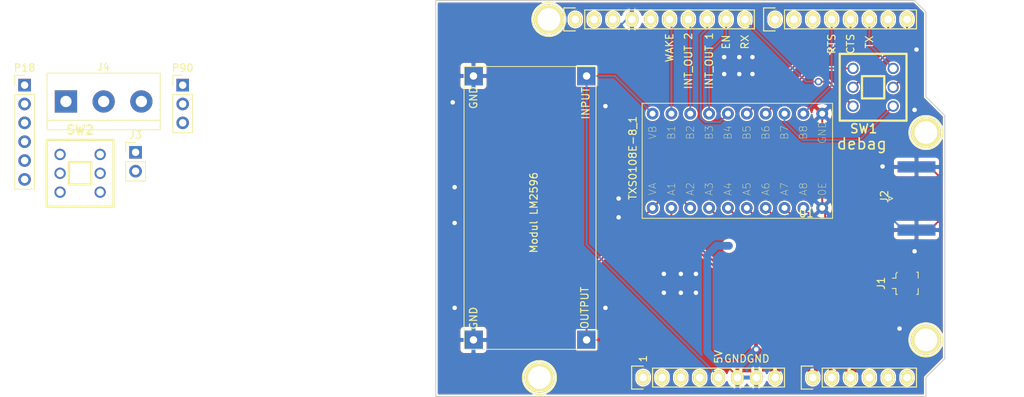
<source format=kicad_pcb>
(kicad_pcb (version 20171130) (host pcbnew "(5.1.0)-1")
  (title_block (date "lun. 30 mars 2015"))
  (layers (0 F.Cu signal) (31 B.Cu signal) (34 B.Paste user) (35 F.Paste user) (36 B.SilkS user) (37 F.SilkS user) (38 B.Mask user) (39 F.Mask user) (44 Edge.Cuts user))
  (net 0 "")
  (net 1 /IOREF)
  (net 2 /Reset)
  (net 3 +5V)
  (net 4 GND)
  (net 5 /Vin)
  (net 6 /A0)
  (net 7 /A1)
  (net 8 /A2)
  (net 9 /A3)
  (net 10 /AREF)
  (net 11 "/A4(SDA)")
  (net 12 "/A5(SCL)")
  (net 13 "/9(**)")
  (net 14 /8)
  (net 15 /7)
  (net 16 "/6(**)")
  (net 17 "/5(**)")
  (net 18 /4)
  (net 19 "/3(**)")
  (net 20 /2)
  (net 21 "/1(Tx)")
  (net 22 "/0(Rx)")
  (net 23 "Net-(P5-Pad1)")
  (net 24 "Net-(P6-Pad1)")
  (net 25 "Net-(P7-Pad1)")
  (net 26 "Net-(P8-Pad1)")
  (net 27 "/13(SCK)")
  (net 28 "Net-(P1-Pad1)")
  (net 29 +3V3)
  (net 30 "/12(MISO)")
  (net 31 "Net-(J1-Pad1)")
  (net 32 "Net-(J2-Pad1)")
  (net 33 /+2V)
  (net 34 "/11(**_MOSI)")
  (net 35 "/10(**_SS)")
  (net 36 /TX)
  (net 37 /RX)
  (net 38 "Net-(TXS0108E-8_1-Pad2)")
  (net 39 "Net-(TXS0108E-8_1-Pad3)")
  (net 40 "Net-(TXS0108E-8_1-Pad4)")
  (net 41 "Net-(TXS0108E-8_1-Pad5)")
  (net 42 "Net-(TXS0108E-8_1-Pad6)")
  (net 43 "Net-(TXS0108E-8_1-Pad7)")
  (net 44 "Net-(TXS0108E-8_1-Pad8)")
  (net 45 "Net-(TXS0108E-8_1-Pad9)")
  (net 46 "Net-(U1-Pad38)")
  (net 47 "Net-(U1-Pad28)")
  (net 48 "Net-(U1-Pad20)")
  (net 49 "Net-(U1-Pad19)")
  (net 50 "Net-(U1-Pad18)")
  (net 51 "/A5(SCL)_l")
  (net 52 "/A4(SDA)_l")
  (net 53 "Net-(J3-Pad2)")
  (net 54 "Net-(J4-Pad2)")
  (net 55 /RX0)
  (net 56 /TX0)
  (net 57 "Net-(U1-Pad26)")
  (net 58 "Net-(U1-Pad25)")
  (net 59 "Net-(U1-Pad47)")
  (net 60 "Net-(U1-Pad51)")
  (net 61 "Net-(U1-Pad52)")
  (net 62 "Net-(U1-Pad24)")
  (net 63 "Net-(U1-Pad23)")
  (net 64 "Net-(U1-Pad22)")
  (net 65 "Net-(U1-Pad21)")
  (module modul:_CXM1501GE (layer F.Cu) (at 152.908 107.315)
    (fp_text reference U1 (at 8 -5.6) (layer F.SilkS))
    (fp_text value CXM1500GE)
    (pad 28 smd rect (at 0 13.9) (size 1 0.5) (layers F.Cu F.Paste F.Mask) (net 4 GND))
    (pad 27 smd rect (at 0 12.9) (size 1 0.5) (layers F.Cu F.Paste F.Mask) (net 4 GND))
    (pad 26 smd rect (at 0 11.9) (size 1 0.5) (layers F.Cu F.Paste F.Mask) (net 57 "Net-(U1-Pad26)"))
    (pad 25 smd rect (at 0 10.9) (size 1 0.5) (layers F.Cu F.Paste F.Mask) (net 58 "Net-(U1-Pad25)"))
    (pad 2 smd rect (at 13.3 0.6) (size 0.5 1) (layers F.Cu F.Paste F.Mask) (net 4 GND))
    (pad 3 smd rect (at 12.3 0.6) (size 0.5 1) (layers F.Cu F.Paste F.Mask) (net 4 GND))
    (pad 4 smd rect (at 11.3 0.6) (size 0.5 1) (layers F.Cu F.Paste F.Mask) (net 31 "Net-(J1-Pad1)"))
    (pad 5 smd rect (at 10.3 0.6) (size 0.5 1) (layers F.Cu F.Paste F.Mask) (net 4 GND))
    (pad 38 smd rect (at 9.3 15.2) (size 0.5 1) (layers F.Cu F.Paste F.Mask) (net 46 "Net-(U1-Pad38)"))
    (pad 37 smd rect (at 8.3 15.2) (size 0.5 1) (layers F.Cu F.Paste F.Mask) (net 40 "Net-(TXS0108E-8_1-Pad4)"))
    (pad 36 smd rect (at 7.3 15.2) (size 0.5 1) (layers F.Cu F.Paste F.Mask) (net 41 "Net-(TXS0108E-8_1-Pad5)"))
    (pad 35 smd rect (at 6.3 15.2) (size 0.5 1) (layers F.Cu F.Paste F.Mask) (net 42 "Net-(TXS0108E-8_1-Pad6)"))
    (pad 34 smd rect (at 5.3 15.2) (size 0.5 1) (layers F.Cu F.Paste F.Mask) (net 43 "Net-(TXS0108E-8_1-Pad7)"))
    (pad 33 smd rect (at 4.3 15.2) (size 0.5 1) (layers F.Cu F.Paste F.Mask) (net 44 "Net-(TXS0108E-8_1-Pad8)"))
    (pad 32 smd rect (at 3.3 15.2) (size 0.5 1) (layers F.Cu F.Paste F.Mask) (net 45 "Net-(TXS0108E-8_1-Pad9)"))
    (pad 31 smd rect (at 2.3 15.2) (size 0.5 1) (layers F.Cu F.Paste F.Mask) (net 4 GND))
    (pad 30 smd rect (at 1.3 15.2) (size 0.5 1) (layers F.Cu F.Paste F.Mask) (net 4 GND))
    (pad 48 smd rect (at 14.6 9.9) (size 1 0.55) (layers F.Cu F.Paste F.Mask) (net 59 "Net-(U1-Pad47)"))
    (pad 49 smd rect (at 14.6 8.9) (size 1 0.55) (layers F.Cu F.Paste F.Mask) (net 38 "Net-(TXS0108E-8_1-Pad2)"))
    (pad 50 smd rect (at 14.6 7.9) (size 1 0.55) (layers F.Cu F.Paste F.Mask) (net 39 "Net-(TXS0108E-8_1-Pad3)"))
    (pad 51 smd rect (at 14.6 6.9) (size 1 0.55) (layers F.Cu F.Paste F.Mask) (net 60 "Net-(U1-Pad51)"))
    (pad 52 smd rect (at 14.6 5.9) (size 1 0.55) (layers F.Cu F.Paste F.Mask) (net 61 "Net-(U1-Pad52)"))
    (pad 53 smd rect (at 14.6 4.9) (size 1 0.55) (layers F.Cu F.Paste F.Mask) (net 4 GND))
    (pad 54 smd rect (at 14.6 3.9) (size 1 0.55) (layers F.Cu F.Paste F.Mask) (net 4 GND))
    (pad 55 smd rect (at 14.6 2.9) (size 1 0.55) (layers F.Cu F.Paste F.Mask) (net 4 GND))
    (pad 56 smd rect (at 14.6 1.9) (size 1 0.55) (layers F.Cu F.Paste F.Mask) (net 4 GND))
    (pad 6 smd rect (at 9.3 0.6) (size 0.5 1) (layers F.Cu F.Paste F.Mask) (net 4 GND))
    (pad 7 smd rect (at 8.3 0.6) (size 0.5 1) (layers F.Cu F.Paste F.Mask) (net 4 GND))
    (pad 8 smd rect (at 7.3 0.6) (size 0.5 1) (layers F.Cu F.Paste F.Mask) (net 4 GND))
    (pad 9 smd rect (at 6.3 0.6) (size 0.5 1) (layers F.Cu F.Paste F.Mask) (net 4 GND))
    (pad 10 smd rect (at 5.3 0.6) (size 0.5 1) (layers F.Cu F.Paste F.Mask) (net 4 GND))
    (pad 11 smd rect (at 4.3 0.6) (size 0.5 1) (layers F.Cu F.Paste F.Mask) (net 4 GND))
    (pad 12 smd rect (at 3.3 0.6) (size 0.5 1) (layers F.Cu F.Paste F.Mask) (net 32 "Net-(J2-Pad1)"))
    (pad 13 smd rect (at 2.3 0.6) (size 0.5 1) (layers F.Cu F.Paste F.Mask) (net 4 GND))
    (pad 14 smd rect (at 1.3 0.6) (size 0.5 1) (layers F.Cu F.Paste F.Mask) (net 4 GND))
    (pad 24 smd rect (at 0 9.9) (size 1 0.5) (layers F.Cu F.Paste F.Mask) (net 62 "Net-(U1-Pad24)"))
    (pad 23 smd rect (at 0 8.9) (size 1 0.5) (layers F.Cu F.Paste F.Mask) (net 63 "Net-(U1-Pad23)"))
    (pad 22 smd rect (at 0 7.9) (size 1 0.5) (layers F.Cu F.Paste F.Mask) (net 64 "Net-(U1-Pad22)"))
    (pad 21 smd rect (at 0 6.9) (size 1 0.5) (layers F.Cu F.Paste F.Mask) (net 65 "Net-(U1-Pad21)"))
    (pad 20 smd rect (at 0 5.9) (size 1 0.5) (layers F.Cu F.Paste F.Mask) (net 48 "Net-(U1-Pad20)"))
    (pad 19 smd rect (at 0 4.9) (size 1 0.5) (layers F.Cu F.Paste F.Mask) (net 49 "Net-(U1-Pad19)"))
    (pad 18 smd rect (at 0 3.9) (size 1 0.5) (layers F.Cu F.Paste F.Mask) (net 50 "Net-(U1-Pad18)"))
    (pad 17 smd rect (at 0 2.9) (size 1 0.5) (layers F.Cu F.Paste F.Mask) (net 4 GND))
    (pad 16 smd rect (at 0 1.9) (size 1 0.5) (layers F.Cu F.Paste F.Mask) (net 4 GND))
    (pad 57 smd rect (at 7.6 8) (size 4 4) (layers F.Cu F.Paste F.Mask) (net 4 GND))
    (pad 43 smd rect (at 14.6 15.2) (size 1.2 1.2) (layers F.Cu F.Paste F.Mask) (net 4 GND))
    (pad 1 smd rect (at 14.6 0.6) (size 1.2 1.2) (layers F.Cu F.Paste F.Mask) (net 4 GND))
    (pad 29 smd rect (at 0 15.2) (size 1.2 1.2) (layers F.Cu F.Paste F.Mask) (net 4 GND))
    (pad 15 smd rect (at 0 0.6) (size 1.2 1.2) (layers F.Cu F.Paste F.Mask) (net 4 GND))
    (pad 39 smd rect (at 10.3 15.2) (size 0.5 1) (layers F.Cu F.Paste F.Mask) (net 46 "Net-(U1-Pad38)"))
    (pad 40 smd rect (at 11.3 15.2) (size 0.5 1) (layers F.Cu F.Paste F.Mask) (net 33 /+2V))
    (pad 41 smd rect (at 12.3 15.2) (size 0.5 1) (layers F.Cu F.Paste F.Mask) (net 4 GND))
    (pad 42 smd rect (at 13.3 15.2) (size 0.5 1) (layers F.Cu F.Paste F.Mask) (net 4 GND))
    (pad 47 smd rect (at 14.6 10.9) (size 1 0.55) (layers F.Cu F.Paste F.Mask) (net 59 "Net-(U1-Pad47)"))
    (pad 46 smd rect (at 14.6 11.9) (size 1 0.55) (layers F.Cu F.Paste F.Mask) (net 4 GND))
    (pad 45 smd rect (at 14.6 12.9) (size 1 0.55) (layers F.Cu F.Paste F.Mask) (net 4 GND))
    (pad 44 smd rect (at 14.6 13.9) (size 1 0.55) (layers F.Cu F.Paste F.Mask) (net 4 GND))
  )
  (module Switches:Switch_DPDT_6p_TH (layer F.Cu) (at 63.0759 96.2994)
    (fp_text reference SW2 (at 0 -5.842) (layer F.SilkS) (effects (font (size 1.2 1.2) (thickness 0.25))))
    (fp_text value SWITCH-DPDT hide)
    (fp_line (start -4.5 -4.5) (end -4.5 4.5) (layer F.SilkS) (width 0.3048))
    (fp_line (start 4.5 4.5) (end -4.5 4.5) (layer F.SilkS) (width 0.3048))
    (fp_line (start 4.5 -4.5) (end 4.5 4.5) (layer F.SilkS) (width 0.3048))
    (fp_line (start -4.5 -4.5) (end 4.5 -4.5) (layer F.SilkS) (width 0.3048))
    (fp_line (start -1.5 -1.5) (end 1.5 -1.5) (layer F.SilkS) (width 0.3048))
    (fp_line (start 1.5 1.5) (end 1.5 -1.5) (layer F.SilkS) (width 0.3048))
    (fp_line (start -1.5 1.5) (end 1.5 1.5) (layer F.SilkS) (width 0.3048))
    (fp_line (start -1.5 -1.5) (end -1.5 1.5) (layer F.SilkS) (width 0.3048))
    (pad 5 thru_hole circle (at 2.7 0) (size 1.524 1.524) (drill 1.016) (layers *.Cu *.Mask) (net 55 /RX0))
    (pad 2 thru_hole circle (at -2.7 0) (size 1.524 1.524) (drill 1.016) (layers *.Cu *.Mask) (net 56 /TX0))
    (pad 3 thru_hole circle (at -2.7 2.54) (size 1.524 1.524) (drill 1.016) (layers *.Cu *.Mask) (net 14 /8))
    (pad 1 thru_hole circle (at -2.7 -2.54) (size 1.524 1.524) (drill 1.016) (layers *.Cu *.Mask) (net 22 "/0(Rx)"))
    (pad 6 thru_hole circle (at 2.7 2.54) (size 1.524 1.524) (drill 1.016) (layers *.Cu *.Mask) (net 20 /2))
    (pad 4 thru_hole circle (at 2.7 -2.54) (size 1.524 1.524) (drill 1.016) (layers *.Cu *.Mask) (net 21 "/1(Tx)"))
  )
  (module Connector_PinHeader_2.54mm:PinHeader_1x03_P2.54mm_Vertical (layer F.Cu) (at 76.8985 84.422)
    (fp_text reference P90 (at 0 -2.33) (layer F.SilkS))
    (fp_text value Sensor)
    (fp_line (start -1.33 -1.33) (end 0 -1.33) (layer F.SilkS) (width 0.12))
    (fp_line (start -1.33 0) (end -1.33 -1.33) (layer F.SilkS) (width 0.12))
    (fp_line (start -1.33 1.27) (end 1.33 1.27) (layer F.SilkS) (width 0.12))
    (fp_line (start 1.33 1.27) (end 1.33 6.41) (layer F.SilkS) (width 0.12))
    (fp_line (start -1.33 1.27) (end -1.33 6.41) (layer F.SilkS) (width 0.12))
    (fp_line (start -1.33 6.41) (end 1.33 6.41) (layer F.SilkS) (width 0.12))
    (pad 3 thru_hole oval (at 0 5.08) (size 1.7 1.7) (drill 1) (layers *.Cu *.Mask) (net 3 +5V))
    (pad 2 thru_hole oval (at 0 2.54) (size 1.7 1.7) (drill 1) (layers *.Cu *.Mask) (net 15 /7))
    (pad 1 thru_hole rect (at 0 0) (size 1.7 1.7) (drill 1) (layers *.Cu *.Mask) (net 4 GND))
  )
  (module Connector_PinHeader_2.54mm:PinHeader_1x06_P2.54mm_Vertical (layer F.Cu) (at 55.5985 84.422)
    (fp_text reference P18 (at 0 -2.33) (layer F.SilkS))
    (fp_text value "PIN FTDI")
    (fp_line (start -1.33 -1.33) (end 0 -1.33) (layer F.SilkS) (width 0.12))
    (fp_line (start -1.33 0) (end -1.33 -1.33) (layer F.SilkS) (width 0.12))
    (fp_line (start -1.33 1.27) (end 1.33 1.27) (layer F.SilkS) (width 0.12))
    (fp_line (start 1.33 1.27) (end 1.33 14.03) (layer F.SilkS) (width 0.12))
    (fp_line (start -1.33 1.27) (end -1.33 14.03) (layer F.SilkS) (width 0.12))
    (fp_line (start -1.33 14.03) (end 1.33 14.03) (layer F.SilkS) (width 0.12))
    (pad 6 thru_hole oval (at 0 12.7) (size 1.7 1.7) (drill 1) (layers *.Cu *.Mask) (net 2 /Reset))
    (pad 5 thru_hole oval (at 0 10.16) (size 1.7 1.7) (drill 1) (layers *.Cu *.Mask) (net 4 GND))
    (pad 4 thru_hole oval (at 0 7.62) (size 1.7 1.7) (drill 1) (layers *.Cu *.Mask) (net 4 GND))
    (pad 3 thru_hole oval (at 0 5.08) (size 1.7 1.7) (drill 1) (layers *.Cu *.Mask) (net 3 +5V))
    (pad 2 thru_hole oval (at 0 2.54) (size 1.7 1.7) (drill 1) (layers *.Cu *.Mask) (net 55 /RX0))
    (pad 1 thru_hole rect (at 0 0) (size 1.7 1.7) (drill 1) (layers *.Cu *.Mask) (net 56 /TX0))
  )
  (module TerminalBlock:TerminalBlock_bornier-3_P5.08mm (layer F.Cu) (at 61.1685 86.622)
    (fp_text reference J4 (at 5.05 -4.65) (layer F.SilkS))
    (fp_text value Screw_Terminal_01x03)
    (fp_line (start -2.54 3.81) (end 12.7 3.81) (layer F.SilkS) (width 0.12))
    (fp_line (start -2.54 -3.81) (end 12.7 -3.81) (layer F.SilkS) (width 0.12))
    (fp_line (start -2.54 2.54) (end 12.7 2.54) (layer F.SilkS) (width 0.12))
    (fp_line (start 12.7 3.81) (end 12.7 -3.81) (layer F.SilkS) (width 0.12))
    (fp_line (start -2.54 3.81) (end -2.54 -3.81) (layer F.SilkS) (width 0.12))
    (pad 3 thru_hole circle (at 10.16 0) (size 3 3) (drill 1.52) (layers *.Cu *.Mask) (net 4 GND))
    (pad 2 thru_hole circle (at 5.08 0) (size 3 3) (drill 1.52) (layers *.Cu *.Mask) (net 54 "Net-(J4-Pad2)"))
    (pad 1 thru_hole rect (at 0 0) (size 3 3) (drill 1.52) (layers *.Cu *.Mask) (net 3 +5V))
  )
  (module Connector_PinHeader_2.54mm:PinHeader_1x02_P2.54mm_Vertical (layer F.Cu) (at 70.5485 93.472)
    (fp_text reference J3 (at 0 -2.33) (layer F.SilkS))
    (fp_text value con_pwr_ardu)
    (fp_line (start -1.33 -1.33) (end 0 -1.33) (layer F.SilkS) (width 0.12))
    (fp_line (start -1.33 0) (end -1.33 -1.33) (layer F.SilkS) (width 0.12))
    (fp_line (start -1.33 1.27) (end 1.33 1.27) (layer F.SilkS) (width 0.12))
    (fp_line (start 1.33 1.27) (end 1.33 3.87) (layer F.SilkS) (width 0.12))
    (fp_line (start -1.33 1.27) (end -1.33 3.87) (layer F.SilkS) (width 0.12))
    (fp_line (start -1.33 3.87) (end 1.33 3.87) (layer F.SilkS) (width 0.12))
    (pad 2 thru_hole oval (at 0 2.54) (size 1.7 1.7) (drill 1) (layers *.Cu *.Mask) (net 53 "Net-(J3-Pad2)"))
    (pad 1 thru_hole rect (at 0 0) (size 1.7 1.7) (drill 1) (layers *.Cu *.Mask) (net 3 +5V))
  )
  (module Switches:Switch_DPDT_6p_TH (layer F.Cu) (at 169.926 84.709)
    (fp_text reference SW1 (at -1.27 5.588 180) (layer F.SilkS) (effects (font (size 1.2 1.2) (thickness 0.2))))
    (fp_text value SWITCH-DPDT hide)
    (fp_line (start -1.5 -1.5) (end -1.5 1.5) (layer F.SilkS) (width 0.3048))
    (fp_line (start -1.5 1.5) (end 1.5 1.5) (layer F.SilkS) (width 0.3048))
    (fp_line (start 1.5 1.5) (end 1.5 -1.5) (layer F.SilkS) (width 0.3048))
    (fp_line (start -1.5 -1.5) (end 1.5 -1.5) (layer F.SilkS) (width 0.3048))
    (fp_line (start -4.5 -4.5) (end 4.5 -4.5) (layer F.SilkS) (width 0.3048))
    (fp_line (start 4.5 -4.5) (end 4.5 4.5) (layer F.SilkS) (width 0.3048))
    (fp_line (start 4.5 4.5) (end -4.5 4.5) (layer F.SilkS) (width 0.3048))
    (fp_line (start -4.5 -4.5) (end -4.5 4.5) (layer F.SilkS) (width 0.3048))
    (pad 4 thru_hole circle (at 2.7 -2.54) (size 1.524 1.524) (drill 1.016) (layers *.Cu *.Mask) (net 20 /2))
    (pad 6 thru_hole circle (at 2.7 2.54) (size 1.524 1.524) (drill 1.016) (layers *.Cu *.Mask) (net 36 /TX))
    (pad 1 thru_hole circle (at -2.7 -2.54) (size 1.524 1.524) (drill 1.016) (layers *.Cu *.Mask) (net 37 /RX))
    (pad 3 thru_hole circle (at -2.7 2.54) (size 1.524 1.524) (drill 1.016) (layers *.Cu *.Mask) (net 14 /8))
    (pad 2 thru_hole circle (at -2.7 0) (size 1.524 1.524) (drill 1.016) (layers *.Cu *.Mask) (net 21 "/1(Tx)"))
    (pad 5 thru_hole circle (at 2.7 0) (size 1.524 1.524) (drill 1.016) (layers *.Cu *.Mask) (net 22 "/0(Rx)"))
  )
  (module Socket_Arduino_Uno:Socket_Strip_Arduino_1x10 (layer F.Cu) (at 129.794 75.565)
    (fp_text reference P3 hide)
    (fp_text value Digital hide)
    (fp_text user "INT_OUT 2" (at 15.24 5.588 90) (layer F.SilkS))
    (fp_text user EN (at 20.32 3.048 90) (layer F.SilkS))
    (fp_text user WAKE (at 12.7 3.81 90) (layer F.SilkS))
    (fp_text user "INT_OUT 1" (at 18.034 5.588 90) (layer F.SilkS))
    (fp_text user RX (at 22.86 3.048 90) (layer F.SilkS))
    (fp_line (start 1.27 1.27) (end 24.13 1.27) (layer F.SilkS) (width 0.15))
    (fp_line (start 24.13 1.27) (end 24.13 -1.27) (layer F.SilkS) (width 0.15))
    (fp_line (start 24.13 -1.27) (end 1.27 -1.27) (layer F.SilkS) (width 0.15))
    (fp_line (start -1.55 1.55) (end 0 1.55) (layer F.SilkS) (width 0.15))
    (fp_line (start 1.27 1.27) (end 1.27 -1.27) (layer F.SilkS) (width 0.15))
    (fp_line (start 0 -1.55) (end -1.55 -1.55) (layer F.SilkS) (width 0.15))
    (fp_line (start -1.55 -1.55) (end -1.55 1.55) (layer F.SilkS) (width 0.15))
    (pad 1 thru_hole oval (at 0 0) (size 1.7272 2.032) (drill 1.016) (layers *.Cu *.Mask F.SilkS) (net 51 "/A5(SCL)_l"))
    (pad 2 thru_hole oval (at 2.54 0) (size 1.7272 2.032) (drill 1.016) (layers *.Cu *.Mask F.SilkS) (net 52 "/A4(SDA)_l"))
    (pad 3 thru_hole oval (at 5.08 0) (size 1.7272 2.032) (drill 1.016) (layers *.Cu *.Mask F.SilkS) (net 10 /AREF))
    (pad 4 thru_hole oval (at 7.62 0) (size 1.7272 2.032) (drill 1.016) (layers *.Cu *.Mask F.SilkS) (net 4 GND))
    (pad 5 thru_hole oval (at 10.16 0) (size 1.7272 2.032) (drill 1.016) (layers *.Cu *.Mask F.SilkS) (net 27 "/13(SCK)"))
    (pad 6 thru_hole oval (at 12.7 0) (size 1.7272 2.032) (drill 1.016) (layers *.Cu *.Mask F.SilkS) (net 30 "/12(MISO)"))
    (pad 7 thru_hole oval (at 15.24 0) (size 1.7272 2.032) (drill 1.016) (layers *.Cu *.Mask F.SilkS) (net 34 "/11(**_MOSI)"))
    (pad 8 thru_hole oval (at 17.78 0) (size 1.7272 2.032) (drill 1.016) (layers *.Cu *.Mask F.SilkS) (net 35 "/10(**_SS)"))
    (pad 9 thru_hole oval (at 20.32 0) (size 1.7272 2.032) (drill 1.016) (layers *.Cu *.Mask F.SilkS) (net 13 "/9(**)"))
    (pad 10 thru_hole oval (at 22.86 0) (size 1.7272 2.032) (drill 1.016) (layers *.Cu *.Mask F.SilkS) (net 14 /8))
  )
  (module Socket_Arduino_Uno:Socket_Strip_Arduino_1x08 (layer F.Cu) (at 156.718 75.565)
    (fp_text reference P4 hide)
    (fp_text value Digital hide)
    (fp_text user RTS (at 7.62 3.302 90) (layer F.SilkS))
    (fp_text user CTS (at 10.16 3.302 90) (layer F.SilkS))
    (fp_text user TX (at 12.7 3.048 90) (layer F.SilkS))
    (fp_line (start -1.55 -1.55) (end -1.55 1.55) (layer F.SilkS) (width 0.15))
    (fp_line (start 0 -1.55) (end -1.55 -1.55) (layer F.SilkS) (width 0.15))
    (fp_line (start 1.27 1.27) (end 1.27 -1.27) (layer F.SilkS) (width 0.15))
    (fp_line (start -1.55 1.55) (end 0 1.55) (layer F.SilkS) (width 0.15))
    (fp_line (start 19.05 -1.27) (end 1.27 -1.27) (layer F.SilkS) (width 0.15))
    (fp_line (start 19.05 1.27) (end 19.05 -1.27) (layer F.SilkS) (width 0.15))
    (fp_line (start 1.27 1.27) (end 19.05 1.27) (layer F.SilkS) (width 0.15))
    (pad 8 thru_hole oval (at 17.78 0) (size 1.7272 2.032) (drill 1.016) (layers *.Cu *.Mask F.SilkS) (net 22 "/0(Rx)"))
    (pad 7 thru_hole oval (at 15.24 0) (size 1.7272 2.032) (drill 1.016) (layers *.Cu *.Mask F.SilkS) (net 21 "/1(Tx)"))
    (pad 6 thru_hole oval (at 12.7 0) (size 1.7272 2.032) (drill 1.016) (layers *.Cu *.Mask F.SilkS) (net 20 /2))
    (pad 5 thru_hole oval (at 10.16 0) (size 1.7272 2.032) (drill 1.016) (layers *.Cu *.Mask F.SilkS) (net 19 "/3(**)"))
    (pad 4 thru_hole oval (at 7.62 0) (size 1.7272 2.032) (drill 1.016) (layers *.Cu *.Mask F.SilkS) (net 18 /4))
    (pad 3 thru_hole oval (at 5.08 0) (size 1.7272 2.032) (drill 1.016) (layers *.Cu *.Mask F.SilkS) (net 17 "/5(**)"))
    (pad 2 thru_hole oval (at 2.54 0) (size 1.7272 2.032) (drill 1.016) (layers *.Cu *.Mask F.SilkS) (net 16 "/6(**)"))
    (pad 1 thru_hole oval (at 0 0) (size 1.7272 2.032) (drill 1.016) (layers *.Cu *.Mask F.SilkS) (net 15 /7))
  )
  (module modul:modul_lvl_conveter_cjmcu (layer F.Cu) (at 140.208 100.965 90)
    (fp_text reference TXS0108E-8_1 (at 6.731 -2.667 90) (layer F.SilkS))
    (fp_text value modul_lvl-conveter_cjmcu hide)
    (fp_line (start 14.097 -1.397) (end 13.97 -1.397) (layer F.SilkS) (width 0.12))
    (fp_line (start 14.097 24.257) (end 14.097 -1.397) (layer F.SilkS) (width 0.12))
    (fp_line (start -1.397 24.257) (end 14.097 24.257) (layer F.SilkS) (width 0.12))
    (fp_line (start -1.397 -1.397) (end -1.397 24.257) (layer F.SilkS) (width 0.12))
    (fp_line (start 13.97 -1.397) (end -1.397 -1.397) (layer F.SilkS) (width 0.12))
    (fp_text user VB (at 10.16 0 90) (layer F.SilkS) (effects (font (thickness 0.05))))
    (fp_text user B1 (at 10.16 2.54 90) (layer F.SilkS) (effects (font (thickness 0.05))))
    (fp_text user B2 (at 10.16 5.08 90) (layer F.SilkS) (effects (font (thickness 0.05))))
    (fp_text user B3 (at 10.16 7.62 90) (layer F.SilkS) (effects (font (thickness 0.05))))
    (fp_text user B4 (at 10.16 10.16 90) (layer F.SilkS) (effects (font (thickness 0.05))))
    (fp_text user B5 (at 10.16 12.7 90) (layer F.SilkS) (effects (font (thickness 0.05))))
    (fp_text user B6 (at 10.16 15.24 90) (layer F.SilkS) (effects (font (thickness 0.05))))
    (fp_text user B7 (at 10.16 17.78 90) (layer F.SilkS) (effects (font (thickness 0.05))))
    (fp_text user B8 (at 10.16 20.32 90) (layer F.SilkS) (effects (font (thickness 0.05))))
    (fp_text user GND (at 10.16 22.86 90) (layer F.SilkS) (effects (font (thickness 0.05))))
    (fp_text user 0E (at 2.54 22.86 90) (layer F.SilkS) (effects (font (thickness 0.05))))
    (fp_text user A8 (at 2.54 20.32 90) (layer F.SilkS) (effects (font (thickness 0.05))))
    (fp_text user A7 (at 2.54 17.78 90) (layer F.SilkS) (effects (font (thickness 0.05))))
    (fp_text user A6 (at 2.54 15.24 90) (layer F.SilkS) (effects (font (thickness 0.05))))
    (fp_text user A5 (at 2.54 12.7 90) (layer F.SilkS) (effects (font (thickness 0.05))))
    (fp_text user A4 (at 2.54 10.16 90) (layer F.SilkS) (effects (font (thickness 0.05))))
    (fp_text user A3 (at 2.54 7.62 90) (layer F.SilkS) (effects (font (thickness 0.05))))
    (fp_text user A2 (at 2.54 5.08 90) (layer F.SilkS) (effects (font (thickness 0.05))))
    (fp_text user A1 (at 2.54 2.54 90) (layer F.SilkS) (effects (font (thickness 0.05))))
    (fp_text user VA (at 2.54 0 90) (layer F.SilkS) (effects (font (thickness 0.05))))
    (pad 1 thru_hole circle (at 0 0 90) (size 1.6 1.6) (drill 0.8) (layers *.Cu *.Mask) (net 33 /+2V))
    (pad 2 thru_hole circle (at 0 2.54 90) (size 1.6 1.6) (drill 0.8) (layers *.Cu *.Mask) (net 38 "Net-(TXS0108E-8_1-Pad2)"))
    (pad 3 thru_hole circle (at 0 5.08 90) (size 1.6 1.6) (drill 0.8) (layers *.Cu *.Mask) (net 39 "Net-(TXS0108E-8_1-Pad3)"))
    (pad 4 thru_hole circle (at 0 7.62 90) (size 1.6 1.6) (drill 0.8) (layers *.Cu *.Mask) (net 40 "Net-(TXS0108E-8_1-Pad4)"))
    (pad 5 thru_hole circle (at 0 10.16 90) (size 1.6 1.6) (drill 0.8) (layers *.Cu *.Mask) (net 41 "Net-(TXS0108E-8_1-Pad5)"))
    (pad 6 thru_hole circle (at 0 12.7 90) (size 1.6 1.6) (drill 0.8) (layers *.Cu *.Mask) (net 42 "Net-(TXS0108E-8_1-Pad6)"))
    (pad 7 thru_hole circle (at 0 15.24 90) (size 1.6 1.6) (drill 0.8) (layers *.Cu *.Mask) (net 43 "Net-(TXS0108E-8_1-Pad7)"))
    (pad 8 thru_hole circle (at 0 17.78 90) (size 1.6 1.6) (drill 0.8) (layers *.Cu *.Mask) (net 44 "Net-(TXS0108E-8_1-Pad8)"))
    (pad 9 thru_hole circle (at 0 20.32 90) (size 1.6 1.6) (drill 0.8) (layers *.Cu *.Mask) (net 45 "Net-(TXS0108E-8_1-Pad9)"))
    (pad 10 thru_hole circle (at 0 22.86 90) (size 1.6 1.6) (drill 0.8) (layers *.Cu *.Mask) (net 4 GND))
    (pad 11 thru_hole circle (at 12.7 22.86 90) (size 1.6 1.6) (drill 0.8) (layers *.Cu *.Mask) (net 4 GND))
    (pad 12 thru_hole circle (at 12.7 20.32 90) (size 1.6 1.6) (drill 0.8) (layers *.Cu *.Mask) (net 18 /4))
    (pad 13 thru_hole circle (at 12.7 17.78 90) (size 1.6 1.6) (drill 0.8) (layers *.Cu *.Mask) (net 36 /TX))
    (pad 14 thru_hole circle (at 12.7 15.24 90) (size 1.6 1.6) (drill 0.8) (layers *.Cu *.Mask) (net 37 /RX))
    (pad 15 thru_hole circle (at 12.7 12.7 90) (size 1.6 1.6) (drill 0.8) (layers *.Cu *.Mask) (net 19 "/3(**)"))
    (pad 16 thru_hole circle (at 12.7 10.16 90) (size 1.6 1.6) (drill 0.8) (layers *.Cu *.Mask) (net 35 "/10(**_SS)"))
    (pad 17 thru_hole circle (at 12.7 7.62 90) (size 1.6 1.6) (drill 0.8) (layers *.Cu *.Mask) (net 13 "/9(**)"))
    (pad 18 thru_hole circle (at 12.7 5.08 90) (size 1.6 1.6) (drill 0.8) (layers *.Cu *.Mask) (net 34 "/11(**_MOSI)"))
    (pad 19 thru_hole circle (at 12.7 2.54 90) (size 1.6 1.6) (drill 0.8) (layers *.Cu *.Mask) (net 30 "/12(MISO)"))
    (pad 20 thru_hole circle (at 12.7 0 90) (size 1.6 1.6) (drill 0.8) (layers *.Cu *.Mask) (net 3 +5V))
  )
  (module modul:modul_lvl_dc-dc_lm2596 (layer F.Cu) (at 124.968 86.995 270)
    (fp_text reference LM2596_1 hide)
    (fp_text value modul_dc-dc_lm2596 hide)
    (fp_text user OUTPUT (at 27.432 -6.096 270) (layer F.SilkS))
    (fp_text user GND (at 28.829 8.89 270) (layer F.SilkS))
    (fp_text user GND (at -0.889 8.89 270) (layer F.SilkS))
    (fp_text user INPUT (at -0.127 -6.223 270) (layer F.SilkS))
    (fp_text user "Modul LM2596" (at 14.605 0.762 270) (layer F.SilkS))
    (fp_line (start 33.02 10.16) (end -5.08 10.16) (layer F.SilkS) (width 0.12))
    (fp_line (start 33.02 -7.62) (end 33.02 10.16) (layer F.SilkS) (width 0.12))
    (fp_line (start 22.86 -7.62) (end 33.02 -7.62) (layer F.SilkS) (width 0.12))
    (fp_line (start -5.08 -7.62) (end 22.86 -7.62) (layer F.SilkS) (width 0.12))
    (fp_line (start -5.08 -7.62) (end -5.08 10.16) (layer F.SilkS) (width 0.12))
    (pad 4 thru_hole rect (at 31.75 8.89 270) (size 2.524 2.524) (drill 1) (layers *.Cu *.Mask) (net 4 GND))
    (pad 3 thru_hole rect (at 31.75 -6.35 270) (size 2.524 2.524) (drill 1) (layers *.Cu *.Mask) (net 33 /+2V))
    (pad 2 thru_hole rect (at -3.81 8.89 270) (size 2.524 2.524) (drill 1) (layers *.Cu *.Mask) (net 4 GND))
    (pad 1 thru_hole rect (at -3.81 -6.35 270) (size 2.524 2.524) (drill 1) (layers *.Cu *.Mask) (net 3 +5V))
  )
  (module Connector_Coaxial:SMA_Amphenol_132289_EdgeMount (layer F.Cu) (at 175.768 99.695)
    (fp_text reference J2 (at -4.318 -0.254 90) (layer F.SilkS))
    (fp_text value SMA)
    (fp_line (start -3.21 0) (end -3.71 -0.25) (layer F.SilkS) (width 0.12))
    (fp_line (start -3.71 -0.25) (end -3.71 0.25) (layer F.SilkS) (width 0.12))
    (fp_line (start -3.71 0.25) (end -3.21 0) (layer F.SilkS) (width 0.12))
    (pad 1 smd rect (at 0 0 90) (size 1.5 5.08) (layers F.Cu F.Paste F.Mask) (net 32 "Net-(J2-Pad1)"))
    (pad 2 smd rect (at 0 -4.25 90) (size 1.5 5.08) (layers F.Cu F.Paste F.Mask) (net 4 GND))
    (pad 2 smd rect (at 0 4.25 90) (size 1.5 5.08) (layers F.Cu F.Paste F.Mask) (net 4 GND))
    (pad 2 smd rect (at 0 -4.25 90) (size 1.5 5.08) (layers B.Cu B.Paste B.Mask) (net 4 GND))
    (pad 2 smd rect (at 0 4.25 90) (size 1.5 5.08) (layers B.Cu B.Paste B.Mask) (net 4 GND))
  )
  (module Connector_Coaxial:U.FL_Molex_MCRF_73412-0110_Vertical (layer F.Cu) (at 174.498 111.125 270)
    (fp_text reference J1 (at 0 3.5 270) (layer F.SilkS))
    (fp_text value SMA)
    (fp_line (start 0.7 1.5) (end 0.7 2) (layer F.SilkS) (width 0.12))
    (fp_line (start -0.7 1.5) (end -0.7 2) (layer F.SilkS) (width 0.12))
    (fp_line (start -0.7 1.5) (end -1.3 1.5) (layer F.SilkS) (width 0.12))
    (fp_line (start -1.3 1.5) (end -1.5 1.3) (layer F.SilkS) (width 0.12))
    (fp_line (start 1.5 1.3) (end 1.5 1.5) (layer F.SilkS) (width 0.12))
    (fp_line (start 1.5 1.5) (end 0.7 1.5) (layer F.SilkS) (width 0.12))
    (fp_line (start 0.7 -1.5) (end 1.5 -1.5) (layer F.SilkS) (width 0.12))
    (fp_line (start 1.5 -1.5) (end 1.5 -1.3) (layer F.SilkS) (width 0.12))
    (fp_line (start -1.5 -1.3) (end -1.5 -1.5) (layer F.SilkS) (width 0.12))
    (fp_line (start -1.5 -1.5) (end -0.7 -1.5) (layer F.SilkS) (width 0.12))
    (pad 2 smd rect (at -1.475 0 270) (size 1.05 2.2) (layers F.Cu F.Paste F.Mask) (net 4 GND))
    (pad 2 smd rect (at 1.475 0 270) (size 1.05 2.2) (layers F.Cu F.Paste F.Mask) (net 4 GND))
    (pad 2 smd rect (at 0 -1.5 270) (size 1 1) (layers F.Cu F.Paste F.Mask) (net 4 GND))
    (pad 1 smd rect (at 0 1.5 270) (size 1 1) (layers F.Cu F.Paste F.Mask) (net 31 "Net-(J1-Pad1)"))
  )
  (module Socket_Arduino_Uno:Socket_Strip_Arduino_1x08 (layer F.Cu) (at 138.938 123.825)
    (fp_text reference P1 hide)
    (fp_text value Power)
    (fp_text user GND (at 15.494 -2.54) (layer F.SilkS))
    (fp_text user GND (at 12.446 -2.54 180) (layer F.SilkS))
    (fp_text user 5V (at 10.16 -2.794 90) (layer F.SilkS))
    (fp_line (start -1.55 -1.55) (end -1.55 1.55) (layer F.SilkS) (width 0.15))
    (fp_line (start 0 -1.55) (end -1.55 -1.55) (layer F.SilkS) (width 0.15))
    (fp_line (start 1.27 1.27) (end 1.27 -1.27) (layer F.SilkS) (width 0.15))
    (fp_line (start -1.55 1.55) (end 0 1.55) (layer F.SilkS) (width 0.15))
    (fp_line (start 19.05 -1.27) (end 1.27 -1.27) (layer F.SilkS) (width 0.15))
    (fp_line (start 19.05 1.27) (end 19.05 -1.27) (layer F.SilkS) (width 0.15))
    (fp_line (start 1.27 1.27) (end 19.05 1.27) (layer F.SilkS) (width 0.15))
    (pad 8 thru_hole oval (at 17.78 0) (size 1.7272 2.032) (drill 1.016) (layers *.Cu *.Mask F.SilkS) (net 5 /Vin))
    (pad 7 thru_hole oval (at 15.24 0) (size 1.7272 2.032) (drill 1.016) (layers *.Cu *.Mask F.SilkS) (net 4 GND))
    (pad 6 thru_hole oval (at 12.7 0) (size 1.7272 2.032) (drill 1.016) (layers *.Cu *.Mask F.SilkS) (net 4 GND))
    (pad 5 thru_hole oval (at 10.16 0) (size 1.7272 2.032) (drill 1.016) (layers *.Cu *.Mask F.SilkS) (net 53 "Net-(J3-Pad2)"))
    (pad 4 thru_hole oval (at 7.62 0) (size 1.7272 2.032) (drill 1.016) (layers *.Cu *.Mask F.SilkS) (net 29 +3V3))
    (pad 3 thru_hole oval (at 5.08 0) (size 1.7272 2.032) (drill 1.016) (layers *.Cu *.Mask F.SilkS) (net 2 /Reset))
    (pad 2 thru_hole oval (at 2.54 0) (size 1.7272 2.032) (drill 1.016) (layers *.Cu *.Mask F.SilkS) (net 1 /IOREF))
    (pad 1 thru_hole oval (at 0 0) (size 1.7272 2.032) (drill 1.016) (layers *.Cu *.Mask F.SilkS) (net 28 "Net-(P1-Pad1)"))
  )
  (module Socket_Arduino_Uno:Socket_Strip_Arduino_1x06 (layer F.Cu) (at 161.798 123.825)
    (fp_text reference P2 hide)
    (fp_text value Analog)
    (fp_line (start 1.27 1.27) (end 13.97 1.27) (layer F.SilkS) (width 0.15))
    (fp_line (start 13.97 1.27) (end 13.97 -1.27) (layer F.SilkS) (width 0.15))
    (fp_line (start 13.97 -1.27) (end 1.27 -1.27) (layer F.SilkS) (width 0.15))
    (fp_line (start -1.55 1.55) (end 0 1.55) (layer F.SilkS) (width 0.15))
    (fp_line (start 1.27 1.27) (end 1.27 -1.27) (layer F.SilkS) (width 0.15))
    (fp_line (start 0 -1.55) (end -1.55 -1.55) (layer F.SilkS) (width 0.15))
    (fp_line (start -1.55 -1.55) (end -1.55 1.55) (layer F.SilkS) (width 0.15))
    (pad 1 thru_hole oval (at 0 0) (size 1.7272 2.032) (drill 1.016) (layers *.Cu *.Mask F.SilkS) (net 6 /A0))
    (pad 2 thru_hole oval (at 2.54 0) (size 1.7272 2.032) (drill 1.016) (layers *.Cu *.Mask F.SilkS) (net 7 /A1))
    (pad 3 thru_hole oval (at 5.08 0) (size 1.7272 2.032) (drill 1.016) (layers *.Cu *.Mask F.SilkS) (net 8 /A2))
    (pad 4 thru_hole oval (at 7.62 0) (size 1.7272 2.032) (drill 1.016) (layers *.Cu *.Mask F.SilkS) (net 9 /A3))
    (pad 5 thru_hole oval (at 10.16 0) (size 1.7272 2.032) (drill 1.016) (layers *.Cu *.Mask F.SilkS) (net 11 "/A4(SDA)"))
    (pad 6 thru_hole oval (at 12.7 0) (size 1.7272 2.032) (drill 1.016) (layers *.Cu *.Mask F.SilkS) (net 12 "/A5(SCL)"))
  )
  (module Socket_Arduino_Uno:Arduino_1pin (layer F.Cu) (at 124.968 123.825)
    (fp_text reference P5 hide)
    (fp_text value CONN_01X01 hide)
    (fp_circle (center 0 0) (end 0 -2.286) (layer F.SilkS) (width 0.15))
    (pad 1 thru_hole circle (at 0 0) (size 4.064 4.064) (drill 3.048) (layers *.Cu *.Mask F.SilkS) (net 23 "Net-(P5-Pad1)"))
  )
  (module Socket_Arduino_Uno:Arduino_1pin (layer F.Cu) (at 177.038 118.745)
    (fp_text reference P6 hide)
    (fp_text value CONN_01X01 hide)
    (fp_circle (center 0 0) (end 0 -2.286) (layer F.SilkS) (width 0.15))
    (pad 1 thru_hole circle (at 0 0) (size 4.064 4.064) (drill 3.048) (layers *.Cu *.Mask F.SilkS) (net 24 "Net-(P6-Pad1)"))
  )
  (module Socket_Arduino_Uno:Arduino_1pin (layer F.Cu) (at 126.238 75.565)
    (fp_text reference P7 hide)
    (fp_text value CONN_01X01 hide)
    (fp_circle (center 0 0) (end 0 -2.286) (layer F.SilkS) (width 0.15))
    (pad 1 thru_hole circle (at 0 0) (size 4.064 4.064) (drill 3.048) (layers *.Cu *.Mask F.SilkS) (net 25 "Net-(P7-Pad1)"))
  )
  (module Socket_Arduino_Uno:Arduino_1pin (layer F.Cu) (at 177.038 90.805)
    (fp_text reference P8 hide)
    (fp_text value CONN_01X01 hide)
    (fp_circle (center 0 0) (end 0 -2.286) (layer F.SilkS) (width 0.15))
    (pad 1 thru_hole circle (at 0 0) (size 4.064 4.064) (drill 3.048) (layers *.Cu *.Mask F.SilkS) (net 26 "Net-(P8-Pad1)"))
  )
  (gr_text debag (at 168.402 92.329) (layer F.SilkS) (effects (font (size 1.5 1.5) (thickness 0.2))))
  (gr_text 1 (at 138.938 121.285 90) (layer F.SilkS) (effects (font (size 1 1))))
  (gr_line (start 177.038 74.549) (end 175.514 73.025) (angle 90) (layer Edge.Cuts) (width 0.15))
  (gr_line (start 177.038 85.979) (end 177.038 74.549) (angle 90) (layer Edge.Cuts) (width 0.15))
  (gr_line (start 179.578 88.519) (end 177.038 85.979) (angle 90) (layer Edge.Cuts) (width 0.15))
  (gr_line (start 179.578 121.285) (end 179.578 88.519) (angle 90) (layer Edge.Cuts) (width 0.15))
  (gr_line (start 177.038 123.825) (end 179.578 121.285) (angle 90) (layer Edge.Cuts) (width 0.15))
  (gr_line (start 177.038 126.365) (end 177.038 123.825) (angle 90) (layer Edge.Cuts) (width 0.15))
  (gr_line (start 110.998 126.365) (end 177.038 126.365) (angle 90) (layer Edge.Cuts) (width 0.15))
  (gr_line (start 110.998 73.025) (end 110.998 126.365) (angle 90) (layer Edge.Cuts) (width 0.15))
  (gr_line (start 175.514 73.025) (end 110.998 73.025) (angle 90) (layer Edge.Cuts) (width 0.15))
  (segment (start 131.318 83.185) (end 135.128 83.185) (width 0.25) (layer B.Cu) (net 3))
  (segment (start 135.128 83.185) (end 140.208 88.265) (width 0.25) (layer B.Cu) (net 3))
  (segment (start 149.098 123.6726) (end 149.098 123.825) (width 0.25) (layer B.Cu) (net 3))
  (segment (start 131.318 105.8926) (end 149.098 123.6726) (width 0.25) (layer B.Cu) (net 3))
  (segment (start 131.318 83.185) (end 131.318 105.8926) (width 0.25) (layer B.Cu) (net 3))
  (via (at 175.514 87.757) (size 1) (drill 0.6) (layers F.Cu B.Cu) (net 4))
  (via (at 175.514 106.807) (size 1) (drill 0.6) (layers F.Cu B.Cu) (net 4))
  (via (at 173.482 117.221) (size 1) (drill 0.6) (layers F.Cu B.Cu) (net 4))
  (via (at 146.05 109.855) (size 1) (drill 0.6) (layers F.Cu B.Cu) (net 4))
  (via (at 149.86 80.645) (size 1) (drill 0.6) (layers F.Cu B.Cu) (net 4))
  (via (at 144.018 109.855) (size 1) (drill 0.6) (layers F.Cu B.Cu) (net 4))
  (via (at 141.732 109.855) (size 1) (drill 0.6) (layers F.Cu B.Cu) (net 4))
  (via (at 144.018 112.395) (size 1) (drill 0.6) (layers F.Cu B.Cu) (net 4))
  (via (at 146.05 112.395) (size 1) (drill 0.6) (layers F.Cu B.Cu) (net 4))
  (via (at 141.732 112.395) (size 1) (drill 0.6) (layers F.Cu B.Cu) (net 4))
  (via (at 151.892 80.645) (size 1) (drill 0.6) (layers F.Cu B.Cu) (net 4))
  (via (at 153.67 80.645) (size 1) (drill 0.6) (layers F.Cu B.Cu) (net 4))
  (via (at 151.892 82.931) (size 1) (drill 0.6) (layers F.Cu B.Cu) (net 4))
  (via (at 153.67 82.931) (size 1) (drill 0.6) (layers F.Cu B.Cu) (net 4))
  (via (at 149.86 82.931) (size 1) (drill 0.6) (layers F.Cu B.Cu) (net 4))
  (via (at 133.858 87.249) (size 1) (drill 0.6) (layers F.Cu B.Cu) (net 4))
  (via (at 113.284 86.741) (size 1) (drill 0.6) (layers F.Cu B.Cu) (net 4))
  (via (at 135.636 99.695) (size 1) (drill 0.6) (layers F.Cu B.Cu) (net 4))
  (via (at 135.636 102.235) (size 1) (drill 0.6) (layers F.Cu B.Cu) (net 4))
  (via (at 133.858 114.427) (size 1) (drill 0.6) (layers F.Cu B.Cu) (net 4))
  (via (at 113.538 114.427) (size 1) (drill 0.6) (layers F.Cu B.Cu) (net 4))
  (via (at 113.538 98.171) (size 1) (drill 0.6) (layers F.Cu B.Cu) (net 4))
  (via (at 113.538 102.997) (size 1) (drill 0.6) (layers F.Cu B.Cu) (net 4))
  (segment (start 116.078 83.185) (end 116.078 118.745) (width 0.25) (layer B.Cu) (net 4))
  (segment (start 116.078 83.185) (end 117.59 83.185) (width 0.25) (layer B.Cu) (net 4))
  (segment (start 136.707348 75.565) (end 131.627348 80.645) (width 0.25) (layer B.Cu) (net 4))
  (segment (start 137.414 75.565) (end 136.707348 75.565) (width 0.25) (layer B.Cu) (net 4))
  (segment (start 131.627348 80.645) (end 127.508 80.645) (width 0.25) (layer B.Cu) (net 4))
  (segment (start 124.968 83.185) (end 116.078 83.185) (width 0.25) (layer B.Cu) (net 4))
  (segment (start 127.508 80.645) (end 124.968 83.185) (width 0.25) (layer B.Cu) (net 4))
  (segment (start 151.638 123.825) (end 154.178 123.825) (width 0.25) (layer B.Cu) (net 4))
  (segment (start 152.908 116.84) (end 152.908 117.865) (width 0.25) (layer F.Cu) (net 4))
  (segment (start 163.458 101.355) (end 163.068 100.965) (width 0.25) (layer F.Cu) (net 4))
  (segment (start 155.138 117.865) (end 161.108 117.865) (width 0.25) (layer F.Cu) (net 4))
  (segment (start 152.908 115.515) (end 152.908 116.84) (width 0.25) (layer F.Cu) (net 4))
  (segment (start 163.068 88.265) (end 163.068 100.965) (width 0.25) (layer F.Cu) (net 4))
  (segment (start 123.376362 118.745) (end 125.916362 121.285) (width 0.25) (layer F.Cu) (net 4))
  (segment (start 116.078 118.745) (end 123.376362 118.745) (width 0.25) (layer F.Cu) (net 4))
  (segment (start 151.638 123.6726) (end 151.638 123.825) (width 0.25) (layer F.Cu) (net 4))
  (segment (start 149.2504 121.285) (end 151.638 123.6726) (width 0.25) (layer F.Cu) (net 4))
  (segment (start 125.916362 121.285) (end 149.2504 121.285) (width 0.25) (layer F.Cu) (net 4))
  (segment (start 164.308 107.315) (end 165.608 108.615) (width 0.25) (layer F.Cu) (net 4))
  (segment (start 163.458 107.315) (end 164.308 107.315) (width 0.25) (layer F.Cu) (net 4))
  (segment (start 164.308 117.865) (end 163.458 117.865) (width 0.25) (layer F.Cu) (net 4))
  (segment (start 165.608 108.615) (end 165.608 116.565) (width 0.25) (layer F.Cu) (net 4))
  (segment (start 165.608 116.565) (end 164.308 117.865) (width 0.25) (layer F.Cu) (net 4))
  (segment (start 161.808002 116.205) (end 163.458 117.854998) (width 0.25) (layer F.Cu) (net 4))
  (segment (start 152.908 107.315) (end 152.908 108.585) (width 0.25) (layer F.Cu) (net 4))
  (segment (start 152.908 108.585) (end 161.163 108.585) (width 0.25) (layer F.Cu) (net 4))
  (segment (start 161.163 108.585) (end 161.798 109.22) (width 0.25) (layer F.Cu) (net 4))
  (segment (start 161.108 116.895) (end 161.108 117.865) (width 0.25) (layer F.Cu) (net 4))
  (segment (start 161.798 116.205) (end 161.108 116.895) (width 0.25) (layer F.Cu) (net 4))
  (segment (start 163.458 117.854998) (end 163.458 117.865) (width 0.25) (layer F.Cu) (net 4))
  (segment (start 163.458 107.315) (end 163.458 101.355) (width 0.25) (layer F.Cu) (net 4))
  (segment (start 161.095 112.59) (end 158.183 112.59) (width 0.25) (layer F.Cu) (net 4))
  (segment (start 161.798 111.887) (end 161.798 116.205) (width 0.25) (layer F.Cu) (net 4))
  (segment (start 161.798 111.887) (end 161.095 112.59) (width 0.25) (layer F.Cu) (net 4))
  (segment (start 161.798 109.22) (end 161.798 111.887) (width 0.25) (layer F.Cu) (net 4))
  (segment (start 155.138 117.115) (end 155.138 117.865) (width 0.25) (layer F.Cu) (net 4))
  (segment (start 155.138 116.995) (end 155.138 117.115) (width 0.25) (layer F.Cu) (net 4))
  (segment (start 152.908 115.515) (end 153.658 115.515) (width 0.25) (layer F.Cu) (net 4))
  (segment (start 153.658 115.515) (end 155.138 116.995) (width 0.25) (layer F.Cu) (net 4))
  (segment (start 161.798 116.205) (end 161.808002 116.205) (width 0.25) (layer F.Cu) (net 4))
  (via (at 175.768 79.629) (size 1) (drill 0.6) (layers F.Cu B.Cu) (net 4))
  (segment (start 175.224 112.649) (end 175.998 111.875) (width 0.25) (layer F.Cu) (net 4))
  (segment (start 175.122 112.649) (end 175.224 112.649) (width 0.25) (layer F.Cu) (net 4))
  (segment (start 175.998 111.125) (end 175.998 110.375) (width 0.25) (layer F.Cu) (net 4))
  (segment (start 175.073 112.6) (end 175.122 112.649) (width 0.25) (layer F.Cu) (net 4))
  (segment (start 174.498 112.6) (end 175.073 112.6) (width 0.25) (layer F.Cu) (net 4))
  (segment (start 175.998 110.375) (end 176.01 110.363) (width 0.25) (layer F.Cu) (net 4))
  (segment (start 175.998 111.875) (end 175.998 111.125) (width 0.25) (layer F.Cu) (net 4))
  (segment (start 176.01 110.363) (end 176.01 109.812) (width 0.25) (layer F.Cu) (net 4))
  (segment (start 176.01 109.812) (end 175.848 109.65) (width 0.25) (layer F.Cu) (net 4))
  (segment (start 175.848 109.65) (end 174.498 109.65) (width 0.25) (layer F.Cu) (net 4))
  (segment (start 175.768 95.445) (end 173.978 95.445) (width 0.25) (layer B.Cu) (net 4))
  (segment (start 171.264 95.445) (end 171.196 95.377) (width 0.25) (layer B.Cu) (net 4))
  (segment (start 175.768 95.445) (end 171.264 95.445) (width 0.25) (layer B.Cu) (net 4))
  (segment (start 173.978 103.945) (end 175.768 103.945) (width 0.25) (layer B.Cu) (net 4))
  (segment (start 171.196 101.163) (end 173.978 103.945) (width 0.25) (layer B.Cu) (net 4))
  (segment (start 171.196 95.377) (end 171.196 101.163) (width 0.25) (layer B.Cu) (net 4))
  (via (at 171.196 95.377) (size 1) (drill 0.6) (layers F.Cu B.Cu) (net 4))
  (segment (start 175.768 95.445) (end 177.558 95.445) (width 0.25) (layer F.Cu) (net 4))
  (segment (start 175.768 95.445) (end 171.264 95.445) (width 0.25) (layer F.Cu) (net 4))
  (segment (start 177.558 103.945) (end 175.768 103.945) (width 0.25) (layer F.Cu) (net 4))
  (segment (start 179.07 96.957) (end 179.07 102.433) (width 0.25) (layer F.Cu) (net 4))
  (segment (start 179.07 102.433) (end 177.558 103.945) (width 0.25) (layer F.Cu) (net 4))
  (segment (start 171.264 95.445) (end 171.196 95.377) (width 0.25) (layer F.Cu) (net 4))
  (segment (start 177.558 95.445) (end 179.07 96.957) (width 0.25) (layer F.Cu) (net 4))
  (segment (start 175.768 106.553) (end 175.514 106.807) (width 0.25) (layer F.Cu) (net 4))
  (segment (start 175.768 103.945) (end 175.768 106.553) (width 0.25) (layer F.Cu) (net 4))
  (segment (start 174.498 107.823) (end 175.514 106.807) (width 0.25) (layer F.Cu) (net 4))
  (segment (start 174.498 109.65) (end 174.498 107.823) (width 0.25) (layer F.Cu) (net 4))
  (segment (start 173.981999 116.721001) (end 173.482 117.221) (width 0.25) (layer F.Cu) (net 4))
  (segment (start 174.498 116.205) (end 173.981999 116.721001) (width 0.25) (layer F.Cu) (net 4))
  (segment (start 174.498 112.6) (end 174.498 116.205) (width 0.25) (layer F.Cu) (net 4))
  (segment (start 152.058 117.865) (end 152.908 117.865) (width 0.25) (layer F.Cu) (net 4))
  (segment (start 151.638 118.285) (end 152.058 117.865) (width 0.25) (layer F.Cu) (net 4))
  (segment (start 151.638 123.825) (end 151.638 118.285) (width 0.25) (layer F.Cu) (net 4))
  (segment (start 147.828 88.265) (end 147.828 80.01) (width 0.25) (layer B.Cu) (net 13))
  (segment (start 150.114 77.724) (end 150.114 75.565) (width 0.25) (layer B.Cu) (net 13))
  (segment (start 147.828 80.01) (end 150.114 77.724) (width 0.25) (layer B.Cu) (net 13))
  (via (at 162.56 83.947) (size 1) (drill 0.6) (layers F.Cu B.Cu) (net 14))
  (segment (start 152.654 75.565) (end 152.654 75.7174) (width 0.25) (layer F.Cu) (net 14))
  (segment (start 161.852894 83.947) (end 162.56 83.947) (width 0.25) (layer B.Cu) (net 14))
  (segment (start 160.8836 83.947) (end 161.852894 83.947) (width 0.25) (layer B.Cu) (net 14))
  (segment (start 152.654 75.7174) (end 160.8836 83.947) (width 0.25) (layer B.Cu) (net 14))
  (segment (start 152.654 75.565) (end 152.654 75.7174) (width 0.25) (layer B.Cu) (net 14))
  (segment (start 163.924 83.947) (end 167.226 87.249) (width 0.25) (layer F.Cu) (net 14))
  (segment (start 162.56 83.947) (end 163.924 83.947) (width 0.25) (layer F.Cu) (net 14))
  (segment (start 164.338 84.455) (end 160.528 88.265) (width 0.25) (layer B.Cu) (net 18))
  (segment (start 164.338 75.565) (end 164.338 84.455) (width 0.25) (layer B.Cu) (net 18))
  (segment (start 166.878 75.7174) (end 166.878 75.565) (width 0.25) (layer F.Cu) (net 19))
  (segment (start 166.878 75.565) (end 166.878 77.089) (width 0.25) (layer F.Cu) (net 19))
  (segment (start 166.878 77.089) (end 162.56 81.407) (width 0.25) (layer F.Cu) (net 19))
  (segment (start 159.766 81.407) (end 152.908 88.265) (width 0.25) (layer F.Cu) (net 19))
  (segment (start 162.56 81.407) (end 159.766 81.407) (width 0.25) (layer F.Cu) (net 19))
  (segment (start 169.418 78.961) (end 172.626 82.169) (width 0.25) (layer B.Cu) (net 20))
  (segment (start 169.418 75.565) (end 169.418 78.961) (width 0.25) (layer B.Cu) (net 20))
  (segment (start 171.878 75.645) (end 171.958 75.565) (width 0.25) (layer B.Cu) (net 21))
  (segment (start 171.958 79.977) (end 167.226 84.709) (width 0.25) (layer F.Cu) (net 21))
  (segment (start 171.958 75.565) (end 171.958 79.977) (width 0.25) (layer F.Cu) (net 21))
  (segment (start 174.498 82.837) (end 172.626 84.709) (width 0.25) (layer F.Cu) (net 22))
  (segment (start 174.498 75.565) (end 174.498 82.837) (width 0.25) (layer F.Cu) (net 22))
  (segment (start 142.748 75.819) (end 142.494 75.565) (width 0.25) (layer B.Cu) (net 30))
  (segment (start 142.748 88.265) (end 142.748 75.819) (width 0.25) (layer B.Cu) (net 30))
  (segment (start 154.138 119.721) (end 154.178 119.761) (width 0.25) (layer F.Cu) (net 31))
  (via (at 154.178 120.015) (size 1) (drill 0.6) (layers F.Cu B.Cu) (net 31))
  (segment (start 156.0195 121.8565) (end 154.178 120.015) (width 1.05736) (layer F.Cu) (net 31))
  (segment (start 170.301358 121.8565) (end 156.0195 121.8565) (width 1.05736) (layer F.Cu) (net 31))
  (segment (start 171.45 120.707858) (end 170.301358 121.8565) (width 1.05736) (layer F.Cu) (net 31))
  (segment (start 172.998 111.125) (end 171.45 112.673) (width 1.05736) (layer F.Cu) (net 31))
  (segment (start 171.45 112.673) (end 171.45 120.707858) (width 1.05736) (layer F.Cu) (net 31))
  (segment (start 150.495 106.0704) (end 148.8186 106.0704) (width 1.05736) (layer B.Cu) (net 31))
  (segment (start 147.574 107.315) (end 147.574 120.3325) (width 1.05736) (layer B.Cu) (net 31))
  (segment (start 148.8186 106.0704) (end 147.574 107.315) (width 1.05736) (layer B.Cu) (net 31))
  (segment (start 153.678001 120.514999) (end 154.178 120.015) (width 1.05736) (layer B.Cu) (net 31))
  (segment (start 152.11269 122.08031) (end 153.678001 120.514999) (width 1.05736) (layer B.Cu) (net 31))
  (segment (start 149.32181 122.08031) (end 152.11269 122.08031) (width 1.05736) (layer B.Cu) (net 31))
  (segment (start 147.574 120.3325) (end 149.32181 122.08031) (width 1.05736) (layer B.Cu) (net 31))
  (segment (start 154.138 119.975) (end 154.178 120.015) (width 0.25) (layer F.Cu) (net 31))
  (segment (start 154.138 117.865) (end 154.138 119.975) (width 0.5) (layer F.Cu) (net 31))
  (segment (start 172.17064 99.695) (end 169.545 102.32064) (width 1.05736) (layer F.Cu) (net 32))
  (segment (start 175.768 99.695) (end 172.17064 99.695) (width 1.05736) (layer F.Cu) (net 32))
  (segment (start 169.545 102.32064) (end 169.545 119.0625) (width 1.05736) (layer F.Cu) (net 32))
  (segment (start 169.545 119.0625) (end 168.148 120.4595) (width 1.05736) (layer F.Cu) (net 32))
  (segment (start 162.111681 118.947945) (end 162.111681 117.865) (width 0.5) (layer F.Cu) (net 32))
  (segment (start 163.623236 120.4595) (end 162.111681 118.947945) (width 1.05736) (layer F.Cu) (net 32))
  (segment (start 168.148 120.4595) (end 163.623236 120.4595) (width 1.05736) (layer F.Cu) (net 32))
  (segment (start 132.83 118.745) (end 131.318 118.745) (width 0.25) (layer B.Cu) (net 33))
  (segment (start 140.208 100.965) (end 131.318 109.855) (width 0.25) (layer F.Cu) (net 33))
  (segment (start 154.138 107.315) (end 154.138 106.565) (width 0.25) (layer F.Cu) (net 33))
  (segment (start 131.318 109.855) (end 131.318 118.745) (width 0.25) (layer F.Cu) (net 33))
  (segment (start 142.748 98.425) (end 140.208 100.965) (width 0.25) (layer F.Cu) (net 33))
  (segment (start 144.413002 98.425) (end 142.748 98.425) (width 0.25) (layer F.Cu) (net 33))
  (segment (start 146.558 100.569998) (end 144.413002 98.425) (width 0.25) (layer F.Cu) (net 33))
  (segment (start 146.558 101.360002) (end 146.558 100.569998) (width 0.25) (layer F.Cu) (net 33))
  (segment (start 147.287999 102.090001) (end 146.558 101.360002) (width 0.25) (layer F.Cu) (net 33))
  (segment (start 148.123363 102.090001) (end 147.287999 102.090001) (width 0.25) (layer F.Cu) (net 33))
  (segment (start 151.582001 105.548639) (end 148.123363 102.090001) (width 0.25) (layer F.Cu) (net 33))
  (segment (start 154.138 106.565) (end 153.121639 105.548639) (width 0.25) (layer F.Cu) (net 33))
  (segment (start 153.121639 105.548639) (end 151.582001 105.548639) (width 0.25) (layer F.Cu) (net 33))
  (segment (start 145.288 75.819) (end 145.034 75.565) (width 0.25) (layer B.Cu) (net 34))
  (segment (start 145.288 88.265) (end 145.288 75.819) (width 0.25) (layer B.Cu) (net 34))
  (segment (start 147.574 76.831) (end 147.574 75.565) (width 0.25) (layer B.Cu) (net 35))
  (segment (start 146.702999 77.702001) (end 147.574 76.831) (width 0.25) (layer B.Cu) (net 35))
  (segment (start 146.702999 88.805001) (end 146.702999 77.702001) (width 0.25) (layer B.Cu) (net 35))
  (segment (start 147.287999 89.390001) (end 146.702999 88.805001) (width 0.25) (layer B.Cu) (net 35))
  (segment (start 149.242999 89.390001) (end 147.287999 89.390001) (width 0.25) (layer B.Cu) (net 35))
  (segment (start 150.368 88.265) (end 149.242999 89.390001) (width 0.25) (layer B.Cu) (net 35))
  (segment (start 157.988 89.39637) (end 160.41263 91.821) (width 0.25) (layer B.Cu) (net 36))
  (segment (start 157.988 88.265) (end 157.988 89.39637) (width 0.25) (layer B.Cu) (net 36))
  (segment (start 168.054 91.821) (end 172.626 87.249) (width 0.25) (layer B.Cu) (net 36))
  (segment (start 160.41263 91.821) (end 168.054 91.821) (width 0.25) (layer B.Cu) (net 36))
  (segment (start 161.544 82.169) (end 167.226 82.169) (width 0.25) (layer F.Cu) (net 37))
  (segment (start 155.448 88.265) (end 161.544 82.169) (width 0.25) (layer F.Cu) (net 37))
  (segment (start 142.748 102.105) (end 142.748 100.965) (width 0.25) (layer F.Cu) (net 38))
  (segment (start 142.748 102.46859) (end 142.748 102.105) (width 0.25) (layer F.Cu) (net 38))
  (segment (start 152.908 111.515) (end 151.79441 111.515) (width 0.25) (layer F.Cu) (net 38))
  (segment (start 151.79441 111.515) (end 142.748 102.46859) (width 0.25) (layer F.Cu) (net 38))
  (segment (start 144.018 99.695) (end 145.288 100.965) (width 0.25) (layer F.Cu) (net 39))
  (segment (start 142.352998 99.695) (end 144.018 99.695) (width 0.25) (layer F.Cu) (net 39))
  (segment (start 141.478 100.569998) (end 142.352998 99.695) (width 0.25) (layer F.Cu) (net 39))
  (segment (start 141.478 101.835) (end 141.478 100.569998) (width 0.25) (layer F.Cu) (net 39))
  (segment (start 152.908 112.515) (end 152.158 112.515) (width 0.25) (layer F.Cu) (net 39))
  (segment (start 152.158 112.515) (end 141.478 101.835) (width 0.25) (layer F.Cu) (net 39))
  (segment (start 157.108 107.315) (end 157.108 106.565) (width 0.25) (layer F.Cu) (net 40))
  (segment (start 157.108 106.565) (end 155.318 104.775) (width 0.25) (layer F.Cu) (net 40))
  (segment (start 155.318 104.775) (end 151.638 104.775) (width 0.25) (layer F.Cu) (net 40))
  (segment (start 151.638 104.775) (end 147.828 100.965) (width 0.25) (layer F.Cu) (net 40))
  (segment (start 158.108 107.315) (end 158.108 106.565) (width 0.25) (layer F.Cu) (net 41))
  (segment (start 152.908 103.505) (end 150.368 100.965) (width 0.25) (layer F.Cu) (net 41))
  (segment (start 155.048 103.505) (end 152.908 103.505) (width 0.25) (layer F.Cu) (net 41))
  (segment (start 158.108 106.565) (end 155.048 103.505) (width 0.25) (layer F.Cu) (net 41))
  (segment (start 153.707999 101.764999) (end 152.908 100.965) (width 0.25) (layer F.Cu) (net 42))
  (segment (start 159.108 107.315) (end 159.108 106.565) (width 0.25) (layer F.Cu) (net 42))
  (segment (start 154.307999 101.764999) (end 153.707999 101.764999) (width 0.25) (layer F.Cu) (net 42))
  (segment (start 159.108 106.565) (end 154.307999 101.764999) (width 0.25) (layer F.Cu) (net 42))
  (segment (start 160.108 107.315) (end 160.108 105.625) (width 0.25) (layer F.Cu) (net 43))
  (segment (start 160.108 105.625) (end 155.448 100.965) (width 0.25) (layer F.Cu) (net 43))
  (segment (start 161.108 104.085) (end 157.988 100.965) (width 0.25) (layer F.Cu) (net 44))
  (segment (start 161.108 107.315) (end 161.108 104.085) (width 0.25) (layer F.Cu) (net 44))
  (segment (start 162.108 102.545) (end 160.528 100.965) (width 0.25) (layer F.Cu) (net 45))
  (segment (start 162.108 107.315) (end 162.108 102.545) (width 0.25) (layer F.Cu) (net 45))
  (segment (start 152.908 109.515) (end 152.908 110.515) (width 0.25) (layer F.Cu) (net 4))
  (segment (start 155.138 107.315) (end 156.138 107.315) (width 0.25) (layer F.Cu) (net 47))
  (zone (net 4) (net_name GND) (layer B.Cu) (connect_pads (clearance 0.2)) (min_thickness 0.254) (fill yes (arc_segments 32) (thermal_gap 0.508) (thermal_bridge_width 0.508) (smoothing chamfer))
    (polygon (pts (xy 110.998 73.025) (xy 175.514 73.025) (xy 177.038 74.549) (xy 177.038 85.979) (xy 179.578 88.519) (xy 179.578 121.285) (xy 177.038 123.825) (xy 177.038 126.365) (xy 110.998 126.365)))
  )
  (zone (net 4) (net_name GND) (layer F.Cu) (connect_pads (clearance 0.2)) (min_thickness 0.254) (fill yes (arc_segments 32) (thermal_gap 0.508) (thermal_bridge_width 0.508) (smoothing chamfer))
    (polygon (pts (xy 110.998 73.279) (xy 175.514 73.025) (xy 177.038 74.549) (xy 177.038 85.979) (xy 179.578 88.519) (xy 179.578 121.285) (xy 177.038 123.825) (xy 177.038 126.365) (xy 110.998 126.365) (xy 110.998 73.025)))
  )
)
</source>
